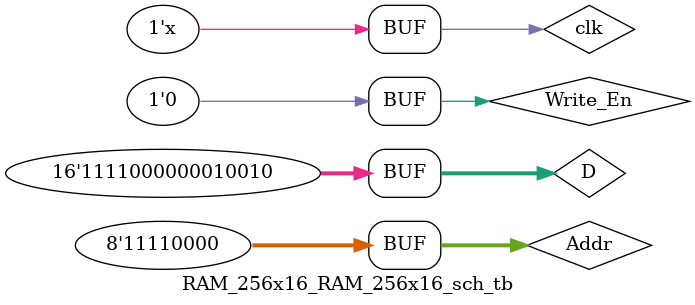
<source format=v>

`timescale 1ns / 1ps

module RAM_256x16_RAM_256x16_sch_tb();

// Inputs
   reg [7:0] Addr;
   reg Write_En;
   reg clk;
   reg [15:0] D;

// Output
   wire [15:0] O;

// Bidirs

// Instantiate the UUT
   RAM_256x16 UUT (
		.Addr(Addr), 
		.Write_En(Write_En), 
		.clk(clk), 
		.D(D), 
		.O(O)
   );
// Initialize Inputs
	always
		#5 clk = ~clk;
   initial begin
		Addr = 0;
		Write_En = 1;
		clk = 0;
		D = 0;
		Addr = 8'h12;
		D = 16'h1234;
		#10;
		Addr = 8'h34;
		D = 16'h3456;
		#10;
		Addr = 8'h56;
		D = 16'h5678;
		#10;
		Addr = 8'h78;
		D = 16'h789A;
		#10;
		Addr = 8'h9A;
		D = 16'h9ABC;
		#10;
		Addr = 8'hBC;
		D = 16'hBCDE;
		#10;
		Addr = 8'hDE;
		D = 16'hDEF0;
		#10;
		Addr = 8'hF0;
		D = 16'hF012;
		#10;
		Write_En = 0;
		Addr = 8'h12;
		#10;
		Addr = 8'h34;
		#10;
		Addr = 8'h56;
		#10;
		Addr = 8'h78;
		#10;
		Addr = 8'h9A;
		#10;
		Addr = 8'hBC;
		#10;
		Addr = 8'hDE;
		#10;
		Addr = 8'hF0;
		#10;
   end
endmodule

</source>
